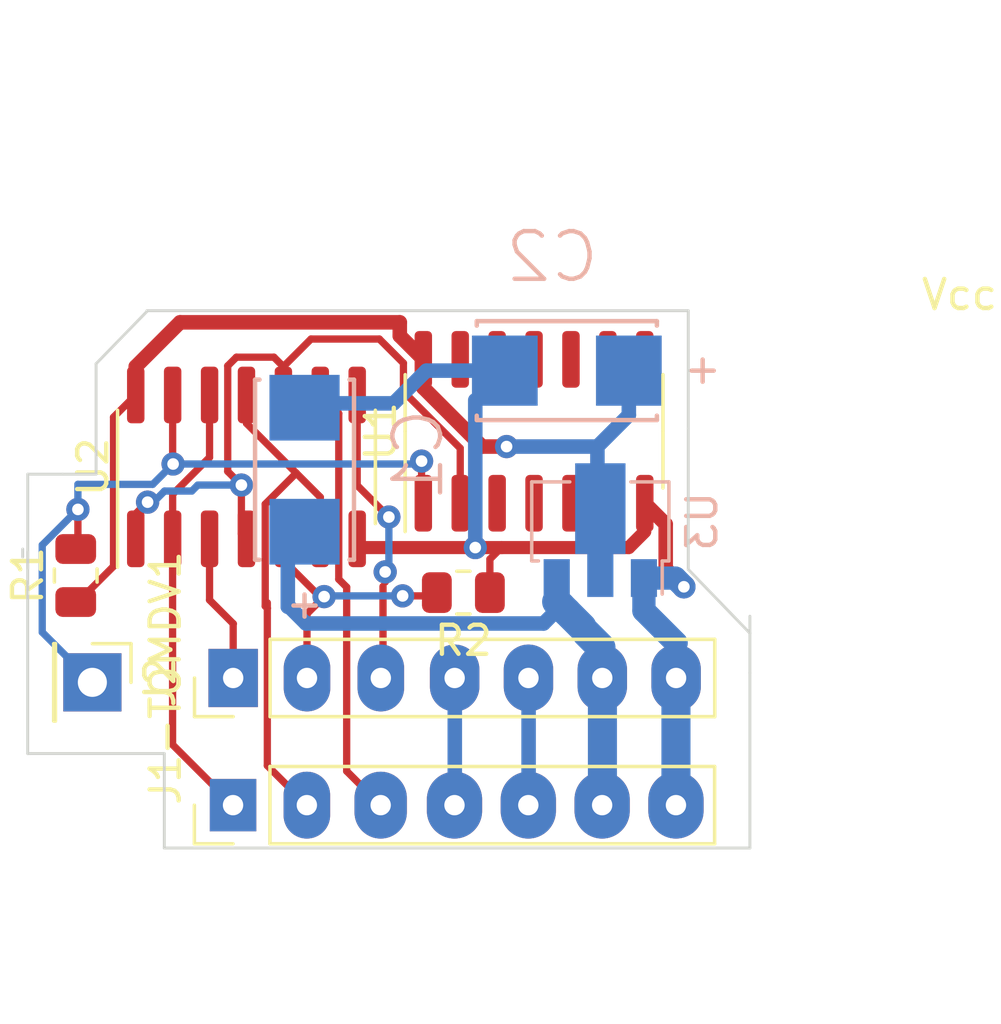
<source format=kicad_pcb>
(kicad_pcb (version 20221018) (generator pcbnew)
  (layers (0 "F.Cu" signal) (31 "B.Cu" signal) (34 "B.Paste" user) (35 "F.Paste" user) (36 "B.SilkS" user "B.Silkscreen") (37 "F.SilkS" user "F.Silkscreen") (38 "B.Mask" user) (39 "F.Mask" user) (44 "Edge.Cuts" user))
  (net 0 "")
  (net 1 "Net-(J1-TOMDV1-Pin_1)")
  (net 2 "Net-(J1-TOMDV1-Pin_2)")
  (net 3 "Net-(J1-TOMDV1-Pin_3)")
  (net 4 "Net-(J1-TOMDV1-Pin_4)")
  (net 5 "Net-(J1-TOMDV1-Pin_5)")
  (net 6 "Net-(J1-TOMDV1-Pin_6)")
  (net 7 "Net-(J1-TOMDV1-Pin_7)")
  (net 8 "Net-(J2-TOQL1-Pin_1)")
  (net 9 "Net-(J2-TOQL1-Pin_2)")
  (net 10 "Net-(J2-TOQL1-Pin_3)")
  (net 11 "Net-(J2-Pin_1)")
  (net 12 "Net-(U1-Pad2)")
  (net 13 "Net-(U1G-VCC)")
  (footprint "Resistor_SMD:R_0805_2012Metric" (layer "F.Cu") (at 105.8025 106.5 90)
    (fp_text reference "R1" (at 0 -1.65 90) (layer "F.SilkS"))
    (fp_text value "10K")
    (fp_line (start -0.227064 -0.735) (end 0.227064 -0.735) (stroke (width 0.12)) (layer "F.SilkS"))
    (fp_line (start -0.227064 0.735) (end 0.227064 0.735) (stroke (width 0.12)) (layer "F.SilkS"))
    (pad "1" smd roundrect (at -0.9125 0 90) (size 1.025 1.4) (layers "F.Cu" "F.Paste" "F.Mask") (roundrect_rratio 0.243902439) (net 13 "Net-(U1G-VCC)"))
    (pad "2" smd roundrect (at 0.9125 0 90) (size 1.025 1.4) (layers "F.Cu" "F.Paste" "F.Mask") (roundrect_rratio 0.243902439) (net 11 "Net-(J2-Pin_1)"))
  )
  (footprint "Package_SO:SOIC-14_3.9x8.7mm_P1.27mm" (layer "F.Cu") (at 111.6775 102.7625 90)
    (fp_text reference "U2" (at 0 -5.28 90) (layer "F.SilkS"))
    (fp_text value "74LS125")
    (fp_line (start 0 -4.435) (end -3.45 -4.435) (stroke (width 0.12)) (layer "F.SilkS"))
    (fp_line (start 0 -4.435) (end 1.95 -4.435) (stroke (width 0.12)) (layer "F.SilkS"))
    (fp_line (start 0 4.435) (end -1.95 4.435) (stroke (width 0.12)) (layer "F.SilkS"))
    (fp_line (start 0 4.435) (end 1.95 4.435) (stroke (width 0.12)) (layer "F.SilkS"))
    (pad "1" smd roundrect (at -2.475 -3.81 90) (size 1.95 0.6) (layers "F.Cu" "F.Paste" "F.Mask") (net 12 "Net-(U1-Pad2)"))
    (pad "2" smd roundrect (at -2.475 -2.54 90) (size 1.95 0.6) (layers "F.Cu" "F.Paste" "F.Mask") (net 8 "Net-(J2-TOQL1-Pin_1)"))
    (pad "3" smd roundrect (at -2.475 -1.27 90) (size 1.95 0.6) (layers "F.Cu" "F.Paste" "F.Mask") (net 1 "Net-(J1-TOMDV1-Pin_1)"))
    (pad "4" smd roundrect (at -2.475 0 90) (size 1.95 0.6) (layers "F.Cu" "F.Paste" "F.Mask") (net 12 "Net-(U1-Pad2)"))
    (pad "5" smd roundrect (at -2.475 1.27 90) (size 1.95 0.6) (layers "F.Cu" "F.Paste" "F.Mask") (net 2 "Net-(J1-TOMDV1-Pin_2)"))
    (pad "6" smd roundrect (at -2.475 2.54 90) (size 1.95 0.6) (layers "F.Cu" "F.Paste" "F.Mask") (net 9 "Net-(J2-TOQL1-Pin_2)"))
    (pad "7" smd roundrect (at -2.475 3.81 90) (size 1.95 0.6) (layers "F.Cu" "F.Paste" "F.Mask") (net 7 "Net-(J1-TOMDV1-Pin_7)"))
    (pad "8" smd roundrect (at 2.475 3.81 90) (size 1.95 0.6) (layers "F.Cu" "F.Paste" "F.Mask") (net 3 "Net-(J1-TOMDV1-Pin_3)"))
    (pad "9" smd roundrect (at 2.475 2.54 90) (size 1.95 0.6) (layers "F.Cu" "F.Paste" "F.Mask") (net 10 "Net-(J2-TOQL1-Pin_3)"))
    (pad "10" smd roundrect (at 2.475 1.27 90) (size 1.95 0.6) (layers "F.Cu" "F.Paste" "F.Mask") (net 12 "Net-(U1-Pad2)"))
    (pad "11" smd roundrect (at 2.475 0 90) (size 1.95 0.6) (layers "F.Cu" "F.Paste" "F.Mask") (net 9 "Net-(J2-TOQL1-Pin_2)"))
    (pad "12" smd roundrect (at 2.475 -1.27 90) (size 1.95 0.6) (layers "F.Cu" "F.Paste" "F.Mask") (net 8 "Net-(J2-TOQL1-Pin_1)"))
    (pad "13" smd roundrect (at 2.475 -2.54 90) (size 1.95 0.6) (layers "F.Cu" "F.Paste" "F.Mask") (net 11 "Net-(J2-Pin_1)"))
    (pad "14" smd roundrect (at 2.475 -3.81 90) (size 1.95 0.6) (layers "F.Cu" "F.Paste" "F.Mask") (net 13 "Net-(U1G-VCC)"))
  )
  (footprint "Connector_PinHeader_2.54mm:PinHeader_1x01_P2.54mm_Vertical" (layer "F.Cu") (at 106.375 110.175 -90)
    (fp_text reference "J2" (at 0 -2.33 90) (layer "F.SilkS"))
    (fp_text value "Conn_01x01")
    (fp_line (start -1.33 -1.33) (end 0 -1.33) (stroke (width 0.12)) (layer "F.SilkS"))
    (fp_line (start -1.33 0) (end -1.33 -1.33) (stroke (width 0.12)) (layer "F.SilkS"))
    (fp_line (start -1.33 1.27) (end -1.33 1.33) (stroke (width 0.12)) (layer "F.SilkS"))
    (fp_line (start -1.33 1.27) (end 1.33 1.27) (stroke (width 0.12)) (layer "F.SilkS"))
    (fp_line (start -1.33 1.33) (end 1.33 1.33) (stroke (width 0.12)) (layer "F.SilkS"))
    (fp_line (start 1.33 1.27) (end 1.33 1.33) (stroke (width 0.12)) (layer "F.SilkS"))
    (pad "1" thru_hole rect (at 0 0 270) (size 2 2) (drill 1) (layers "*.Cu" "*.Mask") (net 11 "Net-(J2-Pin_1)"))
  )
  (footprint "Resistor_SMD:R_0805_2012Metric" (layer "F.Cu") (at 119.14 107.0875 180)
    (fp_text reference "R2" (at 0 -1.65) (layer "F.SilkS"))
    (fp_text value "10K")
    (fp_line (start -0.227064 -0.735) (end 0.227064 -0.735) (stroke (width 0.12)) (layer "F.SilkS"))
    (fp_line (start -0.227064 0.735) (end 0.227064 0.735) (stroke (width 0.12)) (layer "F.SilkS"))
    (pad "1" smd roundrect (at -0.9125 0 180) (size 1.025 1.4) (layers "F.Cu" "F.Paste" "F.Mask") (roundrect_rratio 0.243902439) (net 7 "Net-(J1-TOMDV1-Pin_7)"))
    (pad "2" smd roundrect (at 0.9125 0 180) (size 1.025 1.4) (layers "F.Cu" "F.Paste" "F.Mask") (roundrect_rratio 0.243902439) (net 2 "Net-(J1-TOMDV1-Pin_2)"))
  )
  (footprint "Package_SO:SOIC-14_3.9x8.7mm_P1.27mm" (layer "F.Cu") (at 121.5725 101.5375 90)
    (fp_text reference "U1" (at 0 -5.28 90) (layer "F.SilkS"))
    (fp_text value "74HCT04")
    (fp_line (start 0 -4.435) (end -3.45 -4.435) (stroke (width 0.12)) (layer "F.SilkS"))
    (fp_line (start 0 -4.435) (end 1.95 -4.435) (stroke (width 0.12)) (layer "F.SilkS"))
    (fp_line (start 0 4.435) (end -1.95 4.435) (stroke (width 0.12)) (layer "F.SilkS"))
    (fp_line (start 0 4.435) (end 1.95 4.435) (stroke (width 0.12)) (layer "F.SilkS"))
    (pad "1" smd roundrect (at -2.475 -3.81 90) (size 1.95 0.6) (layers "F.Cu" "F.Paste" "F.Mask") (net 11 "Net-(J2-Pin_1)"))
    (pad "2" smd roundrect (at -2.475 -2.54 90) (size 1.95 0.6) (layers "F.Cu" "F.Paste" "F.Mask") (net 12 "Net-(U1-Pad2)"))
    (pad "3" smd roundrect (at -2.475 -1.27 90) (size 1.95 0.6) (layers "F.Cu" "F.Paste" "F.Mask"))
    (pad "4" smd roundrect (at -2.475 0 90) (size 1.95 0.6) (layers "F.Cu" "F.Paste" "F.Mask"))
    (pad "5" smd roundrect (at -2.475 1.27 90) (size 1.95 0.6) (layers "F.Cu" "F.Paste" "F.Mask"))
    (pad "6" smd roundrect (at -2.475 2.54 90) (size 1.95 0.6) (layers "F.Cu" "F.Paste" "F.Mask"))
    (pad "7" smd roundrect (at -2.475 3.81 90) (size 1.95 0.6) (layers "F.Cu" "F.Paste" "F.Mask") (net 7 "Net-(J1-TOMDV1-Pin_7)"))
    (pad "8" smd roundrect (at 2.475 3.81 90) (size 1.95 0.6) (layers "F.Cu" "F.Paste" "F.Mask"))
    (pad "9" smd roundrect (at 2.475 2.54 90) (size 1.95 0.6) (layers "F.Cu" "F.Paste" "F.Mask"))
    (pad "10" smd roundrect (at 2.475 1.27 90) (size 1.95 0.6) (layers "F.Cu" "F.Paste" "F.Mask"))
    (pad "11" smd roundrect (at 2.475 0 90) (size 1.95 0.6) (layers "F.Cu" "F.Paste" "F.Mask"))
    (pad "12" smd roundrect (at 2.475 -1.27 90) (size 1.95 0.6) (layers "F.Cu" "F.Paste" "F.Mask"))
    (pad "13" smd roundrect (at 2.475 -2.54 90) (size 1.95 0.6) (layers "F.Cu" "F.Paste" "F.Mask"))
    (pad "14" smd roundrect (at 2.475 -3.81 90) (size 1.95 0.6) (layers "F.Cu" "F.Paste" "F.Mask") (net 13 "Net-(U1G-VCC)"))
  )
  (footprint "Connector_PinHeader_2.54mm:PinHeader_1x07_P2.54mm_Vertical" (layer "F.Cu") (at 111.215 114.4 90)
    (fp_text reference "J2-TOQL1" hide)
    (fp_text value "Conn_01x07_Socket")
    (fp_line (start -1.33 -1.33) (end 0 -1.33) (stroke (width 0.12)) (layer "F.SilkS"))
    (fp_line (start -1.33 0) (end -1.33 -1.33) (stroke (width 0.12)) (layer "F.SilkS"))
    (fp_line (start -1.33 1.27) (end -1.33 16.57) (stroke (width 0.12)) (layer "F.SilkS"))
    (fp_line (start -1.33 1.27) (end 1.33 1.27) (stroke (width 0.12)) (layer "F.SilkS"))
    (fp_line (start -1.33 16.57) (end 1.33 16.57) (stroke (width 0.12)) (layer "F.SilkS"))
    (fp_line (start 1.33 1.27) (end 1.33 16.57) (stroke (width 0.12)) (layer "F.SilkS"))
    (pad "1" thru_hole rect (at 0 0 90) (size 1.8 1.6) (drill 0.7) (layers "*.Cu" "*.Mask") (net 8 "Net-(J2-TOQL1-Pin_1)"))
    (pad "2" thru_hole oval (at 0 2.54 90) (size 2.3 1.6) (drill 0.7) (layers "*.Cu" "*.Mask") (net 9 "Net-(J2-TOQL1-Pin_2)"))
    (pad "3" thru_hole oval (at 0 5.08 90) (size 2.3 1.8) (drill 0.7) (layers "*.Cu" "*.Mask") (net 10 "Net-(J2-TOQL1-Pin_3)"))
    (pad "4" thru_hole oval (at 0 7.62 90) (size 2.3 1.9) (drill 0.7) (layers "*.Cu" "*.Mask") (net 4 "Net-(J1-TOMDV1-Pin_4)"))
    (pad "5" thru_hole oval (at 0 10.16 90) (size 2.3 1.9) (drill 0.7) (layers "*.Cu" "*.Mask") (net 5 "Net-(J1-TOMDV1-Pin_5)"))
    (pad "6" thru_hole oval (at 0 12.7 90) (size 2.3 1.9) (drill 0.7) (layers "*.Cu" "*.Mask") (net 6 "Net-(J1-TOMDV1-Pin_6)"))
    (pad "7" thru_hole oval (at 0 15.24 90) (size 2.3 1.9) (drill 0.7) (layers "*.Cu" "*.Mask") (net 7 "Net-(J1-TOMDV1-Pin_7)"))
  )
  (footprint "Connector_PinHeader_2.54mm:PinHeader_1x07_P2.54mm_Vertical" (layer "F.Cu") (at 111.22 110.025 90)
    (fp_text reference "J1-TOMDV1" (at 0 -2.33 90) (layer "F.SilkS"))
    (fp_text value "Conn_01x07_Pin")
    (fp_line (start -1.33 -1.33) (end 0 -1.33) (stroke (width 0.12)) (layer "F.SilkS"))
    (fp_line (start -1.33 0) (end -1.33 -1.33) (stroke (width 0.12)) (layer "F.SilkS"))
    (fp_line (start -1.33 1.27) (end -1.33 16.57) (stroke (width 0.12)) (layer "F.SilkS"))
    (fp_line (start -1.33 1.27) (end 1.33 1.27) (stroke (width 0.12)) (layer "F.SilkS"))
    (fp_line (start -1.33 16.57) (end 1.33 16.57) (stroke (width 0.12)) (layer "F.SilkS"))
    (fp_line (start 1.33 1.27) (end 1.33 16.57) (stroke (width 0.12)) (layer "F.SilkS"))
    (pad "1" thru_hole rect (at 0 0 90) (size 2 1.7) (drill 0.7) (layers "*.Cu" "*.Mask") (net 1 "Net-(J1-TOMDV1-Pin_1)"))
    (pad "2" thru_hole oval (at 0 2.54 90) (size 2.3 1.6) (drill 0.7) (layers "*.Cu" "*.Mask") (net 2 "Net-(J1-TOMDV1-Pin_2)"))
    (pad "3" thru_hole oval (at 0 5.08 90) (size 2.3 1.6) (drill 0.7) (layers "*.Cu" "*.Mask") (net 3 "Net-(J1-TOMDV1-Pin_3)"))
    (pad "4" thru_hole oval (at 0 7.62 90) (size 2.3 1.7) (drill 0.7) (layers "*.Cu" "*.Mask") (net 4 "Net-(J1-TOMDV1-Pin_4)"))
    (pad "5" thru_hole oval (at 0 10.16 90) (size 2.3 1.7) (drill 0.7) (layers "*.Cu" "*.Mask") (net 5 "Net-(J1-TOMDV1-Pin_5)"))
    (pad "6" thru_hole oval (at 0 12.7 90) (size 2.3 1.7) (drill 0.7) (layers "*.Cu" "*.Mask") (net 6 "Net-(J1-TOMDV1-Pin_6)"))
    (pad "7" thru_hole oval (at 0 15.24 90) (size 2.3 1.7) (drill 0.7) (layers "*.Cu" "*.Mask") (net 7 "Net-(J1-TOMDV1-Pin_7)"))
  )
  (footprint "TPSC156K035R0350:CAPCP6032X280N" (layer "B.Cu") (at 122.7 99.45 180)
    (fp_text reference "C2" (at 0.508 3.9116) (layer "B.SilkS") (effects (font (size 1.64 1.64)) (justify mirror)))
    (fp_text value "C_Polarized")
    (fp_line (start -4.6736 0.381) (end -4.6736 -0.381) (stroke (width 0.1524)) (layer "B.SilkS"))
    (fp_line (start -4.2926 0) (end -5.0546 0) (stroke (width 0.1524)) (layer "B.SilkS"))
    (fp_line (start -3.0988 -1.7018) (end 3.0988 -1.7018) (stroke (width 0.1524)) (layer "B.SilkS"))
    (fp_line (start -3.0988 -1.5494) (end -3.0988 -1.7018) (stroke (width 0.1524)) (layer "B.SilkS"))
    (fp_line (start -3.0988 1.7018) (end -3.0988 1.5494) (stroke (width 0.1524)) (layer "B.SilkS"))
    (fp_line (start 3.0988 -1.7018) (end 3.0988 -1.5494) (stroke (width 0.1524)) (layer "B.SilkS"))
    (fp_line (start 3.0988 1.5494) (end 3.0988 1.7018) (stroke (width 0.1524)) (layer "B.SilkS"))
    (fp_line (start 3.0988 1.7018) (end -3.0988 1.7018) (stroke (width 0.1524)) (layer "B.SilkS"))
    (pad "1" smd rect (at -2.1336 0 90) (size 2.413 2.2606) (layers "B.Cu" "B.Paste" "B.Mask") (net 13 "Net-(U1G-VCC)"))
    (pad "2" smd rect (at 2.1336 0 90) (size 2.413 2.2606) (layers "B.Cu" "B.Paste" "B.Mask") (net 7 "Net-(J1-TOMDV1-Pin_7)"))
  )
  (footprint "Package_TO_SOT_SMD:SOT-89-3" (layer "B.Cu") (at 123.8525 104.6375 90)
    (fp_text reference "U3" (at 0 3.5 270) (layer "B.SilkS") (effects (justify mirror)))
    (fp_text value "AMS1117-5.0")
    (fp_line (start -2.5 2.13) (end -1.36 2.13) (stroke (width 0.12)) (layer "B.SilkS"))
    (fp_line (start -1.36 -2.36) (end -1.36 -2.13) (stroke (width 0.12)) (layer "B.SilkS"))
    (fp_line (start -1.36 2.36) (end -1.36 2.13) (stroke (width 0.12)) (layer "B.SilkS"))
    (fp_line (start -1.36 2.36) (end 1.36 2.36) (stroke (width 0.12)) (layer "B.SilkS"))
    (fp_line (start 1.36 -2.36) (end -1.36 -2.36) (stroke (width 0.12)) (layer "B.SilkS"))
    (fp_line (start 1.36 -1.05) (end 1.36 -2.36) (stroke (width 0.12)) (layer "B.SilkS"))
    (fp_line (start 1.36 2.36) (end 1.36 1.05) (stroke (width 0.12)) (layer "B.SilkS"))
    (pad "1" smd rect (at -1.95 1.5 90) (size 1.3 0.9) (layers "B.Cu" "B.Paste" "B.Mask") (net 7 "Net-(J1-TOMDV1-Pin_7)"))
    (pad "2" smd custom (at -1.8625 0 90) (size 1.475 0.9) (layers "B.Cu" "B.Paste" "B.Mask") (net 13 "Net-(U1G-VCC)") (options (clearance outline) (anchor rect)) (primitives (gr_poly (pts (xy 3.8625 -0.8665) (xy 0.7375 -0.8665) (xy 0.7375 0.8665) (xy 3.8625 0.8665)) (width 0) (fill yes))))
    (pad "3" smd rect (at -1.95 -1.5 90) (size 1.3 0.9) (layers "B.Cu" "B.Paste" "B.Mask") (net 6 "Net-(J1-TOMDV1-Pin_6)"))
  )
  (footprint "TPSC156K035R0350:CAPCP6032X280N" (layer "B.Cu") (at 113.675 102.8586 90)
    (fp_text reference "C1" (at 0.508 3.9116 90) (layer "B.SilkS") (effects (font (size 1.64 1.64)) (justify mirror)))
    (fp_text value "C_Polarized")
    (fp_line (start -4.6736 0.381) (end -4.6736 -0.381) (stroke (width 0.1524)) (layer "B.SilkS"))
    (fp_line (start -4.2926 0) (end -5.0546 0) (stroke (width 0.1524)) (layer "B.SilkS"))
    (fp_line (start -3.0988 -1.7018) (end 3.0988 -1.7018) (stroke (width 0.1524)) (layer "B.SilkS"))
    (fp_line (start -3.0988 -1.5494) (end -3.0988 -1.7018) (stroke (width 0.1524)) (layer "B.SilkS"))
    (fp_line (start -3.0988 1.7018) (end -3.0988 1.5494) (stroke (width 0.1524)) (layer "B.SilkS"))
    (fp_line (start 3.0988 -1.7018) (end 3.0988 -1.5494) (stroke (width 0.1524)) (layer "B.SilkS"))
    (fp_line (start 3.0988 1.5494) (end 3.0988 1.7018) (stroke (width 0.1524)) (layer "B.SilkS"))
    (fp_line (start 3.0988 1.7018) (end -3.0988 1.7018) (stroke (width 0.1524)) (layer "B.SilkS"))
    (pad "1" smd rect (at -2.1336 0) (size 2.413 2.2606) (layers "B.Cu" "B.Paste" "B.Mask") (net 6 "Net-(J1-TOMDV1-Pin_6)"))
    (pad "2" smd rect (at 2.1336 0) (size 2.413 2.2606) (layers "B.Cu" "B.Paste" "B.Mask") (net 7 "Net-(J1-TOMDV1-Pin_7)"))
  )
  (gr_line (start 108.85 112.625) (end 108.85 115.875) (stroke (width 0.1)) (layer "Edge.Cuts"))
  (gr_line (start 104.1525 103.0125) (end 105.3525 103.0125) (stroke (width 0.1)) (layer "Edge.Cuts"))
  (gr_line (start 108.85 115.875) (end 129 115.875) (stroke (width 0.1)) (layer "Edge.Cuts"))
  (gr_line (start 108.85 112.625) (end 104.15 112.625) (stroke (width 0.1)) (layer "Edge.Cuts"))
  (gr_line (start 106.5025 99.2125) (end 108.2525 97.4125) (stroke (width 0.1)) (layer "Edge.Cuts"))
  (gr_line (start 103.9775 105.5875) (end 103.9775 105.8625) (stroke (width 0.1)) (layer "Edge.Cuts"))
  (gr_line (start 129 109.85) (end 129 107.9) (stroke (width 0.1)) (layer "Edge.Cuts"))
  (gr_line (start 104.15 112.625) (end 104.15 105.675) (stroke (width 0.1)) (layer "Edge.Cuts"))
  (gr_line (start 126.8775 101.4375) (end 126.8775 97.3875) (stroke (width 0.1)) (layer "Edge.Cuts"))
  (gr_line (start 106.5025 103.0125) (end 106.5025 99.2125) (stroke (width 0.1)) (layer "Edge.Cuts"))
  (gr_line (start 129 109.85) (end 129 115.875) (stroke (width 0.1)) (layer "Edge.Cuts"))
  (gr_line (start 126.8775 106.2875) (end 129.0025 108.4875) (stroke (width 0.1)) (layer "Edge.Cuts"))
  (gr_line (start 104.1525 106.2625) (end 104.1525 103.0125) (stroke (width 0.1)) (layer "Edge.Cuts"))
  (gr_line (start 126.8775 101.4375) (end 126.8775 106.2875) (stroke (width 0.1)) (layer "Edge.Cuts"))
  (gr_line (start 126.8775 97.3875) (end 108.2525 97.3875) (stroke (width 0.1)) (layer "Edge.Cuts"))
  (gr_line (start 105.3525 103.0125) (end 106.5025 103.0125) (stroke (width 0.1)) (layer "Edge.Cuts"))
  (gr_text "Vcc" (at 134.825 97.425) (layer "F.SilkS") (effects (font (size 1 1)) (justify left bottom)))
  (segment (start 111.2225 108.1575) (end 110.4075 107.3425) (width 0.25) (layer "F.Cu") (net 1))
  (segment (start 111.22 108.16) (end 111.22 110.025) (width 0.25) (layer "F.Cu") (net 1))
  (segment (start 111.2225 108.1575) (end 111.22 108.16) (width 0.25) (layer "F.Cu") (net 1))
  (segment (start 110.4075 107.3425) (end 110.4075 105.2375) (width 0.25) (layer "F.Cu") (net 1))
  (segment (start 111.22 110.025) (end 111.175 109.98) (width 0.5) (layer "F.Cu") (net 1))
  (segment (start 111.22 110.025) (end 111.22 109.555) (width 0.5) (layer "B.Cu") (net 1))
  (segment (start 118.2275 107.0875) (end 118.2275 107.4375) (width 0.25) (layer "F.Cu") (net 2))
  (segment (start 118.115 107.2) (end 118.2275 107.0875) (width 0.25) (layer "F.Cu") (net 2))
  (segment (start 114.32775 107.35275) (end 112.87225 105.89725) (width 0.25) (layer "F.Cu") (net 2))
  (segment (start 113.76 110.025) (end 113.76 107.815) (width 0.25) (layer "F.Cu") (net 2))
  (segment (start 114.215 109.57) (end 113.76 110.025) (width 0.25) (layer "F.Cu") (net 2))
  (segment (start 112.9475 106.0825) (end 112.9475 105.2375) (width 0.25) (layer "F.Cu") (net 2))
  (segment (start 112.8275 105.3575) (end 112.9475 105.2375) (width 0.25) (layer "F.Cu") (net 2))
  (segment (start 113.76 107.815) (end 114.35 107.225) (width 0.25) (layer "F.Cu") (net 2))
  (segment (start 117 107.2) (end 118.115 107.2) (width 0.25) (layer "F.Cu") (net 2))
  (via (at 117.05 107.2) (size 0.8) (drill 0.4) (layers "F.Cu" "B.Cu") (net 2))
  (via (at 114.35 107.225) (size 0.8) (drill 0.4) (layers "F.Cu" "B.Cu") (net 2))
  (segment (start 114.3625 107.2) (end 117.0375 107.2) (width 0.25) (layer "B.Cu") (net 2))
  (segment (start 116.5775 104.4875) (end 115.4875 103.3975) (width 0.25) (layer "F.Cu") (net 3))
  (segment (start 116.45 106.375) (end 116.45 106.724695) (width 0.25) (layer "F.Cu") (net 3))
  (segment (start 116.375 110.475) (end 116.375 106.875) (width 0.25) (layer "F.Cu") (net 3))
  (segment (start 115.4875 103.3975) (end 115.4875 100.2875) (width 0.25) (layer "F.Cu") (net 3))
  (via (at 116.45 106.375) (size 0.8) (drill 0.4) (layers "F.Cu" "B.Cu") (net 3))
  (via (at 116.5775 104.4875) (size 0.8) (drill 0.4) (layers "F.Cu" "B.Cu") (net 3))
  (segment (start 116.5775 104.4875) (end 116.5775 106.2475) (width 0.25) (layer "B.Cu") (net 3))
  (segment (start 116.5775 106.2475) (end 116.45 106.375) (width 0.25) (layer "B.Cu") (net 3))
  (segment (start 116.5025 104.5625) (end 116.5775 104.4875) (width 0.25) (layer "B.Cu") (net 3))
  (segment (start 118.845 109.725) (end 118.845 114.39) (width 0.5) (layer "B.Cu") (net 4))
  (segment (start 118.845 114.39) (end 118.835 114.4) (width 0.5) (layer "B.Cu") (net 4))
  (segment (start 121.385 109.725) (end 121.385 114.39) (width 0.5) (layer "B.Cu") (net 5))
  (segment (start 121.385 114.39) (end 121.375 114.4) (width 0.5) (layer "B.Cu") (net 5))
  (segment (start 113.725 108.15) (end 121.9 108.15) (width 0.5) (layer "B.Cu") (net 6))
  (segment (start 123.925 114.39) (end 123.915 114.4) (width 0.5) (layer "B.Cu") (net 6))
  (segment (start 123.225 108.275) (end 123.425 108.275) (width 0.5) (layer "B.Cu") (net 6))
  (segment (start 123.92 110.025) (end 123.92 108.77) (width 0.5) (layer "B.Cu") (net 6))
  (segment (start 122.35 107.4) (end 122.5 107.55) (width 1) (layer "B.Cu") (net 6))
  (segment (start 122.5 107.55) (end 122.7 107.75) (width 1) (layer "B.Cu") (net 6))
  (segment (start 113.1 105.5672) (end 113.675 104.9922) (width 0.25) (layer "B.Cu") (net 6))
  (segment (start 122.7 107.75) (end 123.225 108.275) (width 1) (layer "B.Cu") (net 6))
  (segment (start 113.1 107.575) (end 113.15 107.575) (width 0.5) (layer "B.Cu") (net 6))
  (segment (start 114 104.8422) (end 113.625 105.2172) (width 0.25) (layer "B.Cu") (net 6))
  (segment (start 122.7 107.75) (end 122.375 107.75) (width 0.25) (layer "B.Cu") (net 6))
  (segment (start 123.875 108.975) (end 123.38 108.48) (width 1) (layer "B.Cu") (net 6))
  (segment (start 113.1 107.575) (end 113.1 105.5672) (width 0.5) (layer "B.Cu") (net 6))
  (segment (start 121.9 108.15) (end 122.5 107.55) (width 0.5) (layer "B.Cu") (net 6))
  (segment (start 113.15 107.575) (end 113.725 108.15) (width 0.5) (layer "B.Cu") (net 6))
  (segment (start 123.925 109.725) (end 123.925 114.39) (width 1) (layer "B.Cu") (net 6))
  (segment (start 119.55 105.5375) (end 120.4525 105.5375) (width 0.45) (layer "F.Cu") (net 7))
  (segment (start 115.7875 105.5375) (end 119.55 105.5375) (width 0.45) (layer "F.Cu") (net 7))
  (segment (start 126.1025 106.2625) (end 126.7275 106.8875) (width 0.5) (layer "F.Cu") (net 7))
  (segment (start 115.4875 105.2375) (end 115.7875 105.5375) (width 0.25) (layer "F.Cu") (net 7))
  (segment (start 120.0525 105.9375) (end 120.4525 105.5375) (width 0.25) (layer "F.Cu") (net 7))
  (segment (start 126.1025 104.7325) (end 125.3825 104.0125) (width 0.5) (layer "F.Cu") (net 7))
  (segment (start 120.0525 107.0875) (end 120.0525 105.9375) (width 0.25) (layer "F.Cu") (net 7))
  (segment (start 124.8325 105.5375) (end 125.3825 104.9875) (width 0.45) (layer "F.Cu") (net 7))
  (segment (start 120.4525 105.5375) (end 124.8325 105.5375) (width 0.45) (layer "F.Cu") (net 7))
  (segment (start 125.3825 104.9875) (end 125.3825 104.0125) (width 0.25) (layer "F.Cu") (net 7))
  (segment (start 126.1025 104.7325) (end 126.1025 106.2625) (width 0.5) (layer "F.Cu") (net 7))
  (via (at 126.7275 106.8875) (size 0.8) (drill 0.4) (layers "F.Cu" "B.Cu") (net 7))
  (via (at 119.55 105.5375) (size 0.8) (drill 0.4) (layers "F.Cu" "B.Cu") (net 7))
  (segment (start 125.3525 107.7125) (end 125.3525 106.5875) (width 0.8) (layer "B.Cu") (net 7))
  (segment (start 116.740305 100.575) (end 117.865305 99.45) (width 0.5) (layer "B.Cu") (net 7))
  (segment (start 126.4625 108.8225) (end 125.3525 107.7125) (width 0.8) (layer "B.Cu") (net 7))
  (segment (start 126.4275 106.5875) (end 126.7275 106.8875) (width 0.8) (layer "B.Cu") (net 7))
  (segment (start 119.55 100.4664) (end 119.55 105.5375) (width 0.5) (layer "B.Cu") (net 7))
  (segment (start 126.455 114.4) (end 126.455 110.03) (width 1) (layer "B.Cu") (net 7))
  (segment (start 120.5664 99.45) (end 119.55 100.4664) (width 0.25) (layer "B.Cu") (net 7))
  (segment (start 126.455 110.03) (end 126.46 110.025) (width 0.5) (layer "B.Cu") (net 7))
  (segment (start 114 100.575) (end 116.740305 100.575) (width 0.5) (layer "B.Cu") (net 7))
  (segment (start 117.865305 99.45) (end 120.5664 99.45) (width 0.5) (layer "B.Cu") (net 7))
  (segment (start 125.3525 106.5875) (end 126.4275 106.5875) (width 0.8) (layer "B.Cu") (net 7))
  (segment (start 110.4075 102.432805) (end 110.4075 100.2875) (width 0.25) (layer "F.Cu") (net 8))
  (segment (start 111.215 114.4) (end 109.135 112.32) (width 0.25) (layer "F.Cu") (net 8))
  (segment (start 109.135 112.32) (end 109.135 104.65) (width 0.25) (layer "F.Cu") (net 8))
  (segment (start 109.1375 103.702805) (end 110.4075 102.432805) (width 0.25) (layer "F.Cu") (net 8))
  (segment (start 109.1375 105.2375) (end 109.1375 103.702805) (width 0.25) (layer "F.Cu") (net 8))
  (segment (start 112.395 113.04) (end 113.755 114.4) (width 0.25) (layer "F.Cu") (net 9))
  (segment (start 113.39 102.975) (end 114.2175 103.8025) (width 0.25) (layer "F.Cu") (net 9))
  (segment (start 112.3225 104.0425) (end 112.3225 107.5525) (width 0.25) (layer "F.Cu") (net 9))
  (segment (start 112.395 107.625) (end 112.395 113.04) (width 0.25) (layer "F.Cu") (net 9))
  (segment (start 111.6775 101.2625) (end 113.39 102.975) (width 0.25) (layer "F.Cu") (net 9))
  (segment (start 112.395 107.436752) (end 112.395 107.625) (width 0.25) (layer "F.Cu") (net 9))
  (segment (start 112.3225 107.5525) (end 112.395 107.625) (width 0.25) (layer "F.Cu") (net 9))
  (segment (start 113.39 102.975) (end 112.3225 104.0425) (width 0.25) (layer "F.Cu") (net 9))
  (segment (start 111.6775 100.2875) (end 111.6775 101.2625) (width 0.25) (layer "F.Cu") (net 9))
  (segment (start 114.403 105.423) (end 114.2175 105.2375) (width 0.25) (layer "F.Cu") (net 9))
  (segment (start 114.2175 103.8025) (end 114.2175 105.2375) (width 0.25) (layer "F.Cu") (net 9))
  (segment (start 114.8525 100.9225) (end 114.2175 100.2875) (width 0.25) (layer "F.Cu") (net 10))
  (segment (start 114.8525 100.9225) (end 114.8525 106.6275) (width 0.25) (layer "F.Cu") (net 10))
  (segment (start 115.125 113.23) (end 115.125 106.9) (width 0.25) (layer "F.Cu") (net 10))
  (segment (start 116.325 114.37) (end 116.295 114.4) (width 0.25) (layer "F.Cu") (net 10))
  (segment (start 114.8525 106.6275) (end 115.125 106.9) (width 0.25) (layer "F.Cu") (net 10))
  (segment (start 116.295 114.4) (end 115.125 113.23) (width 0.25) (layer "F.Cu") (net 10))
  (segment (start 105.8775 104.225) (end 105.8775 105.5125) (width 0.25) (layer "F.Cu") (net 11))
  (segment (start 105.8775 105.5125) (end 105.8025 105.5875) (width 0.25) (layer "F.Cu") (net 11))
  (segment (start 109.1375 100.2875) (end 109.1375 102.6475) (width 0.25) (layer "F.Cu") (net 11))
  (segment (start 117.7025 102.5625) (end 117.7025 103.9525) (width 0.25) (layer "F.Cu") (net 11))
  (segment (start 109.1375 102.6475) (end 109.1525 102.6625) (width 0.25) (layer "F.Cu") (net 11))
  (segment (start 117.7025 103.9525) (end 117.7625 104.0125) (width 0.25) (layer "F.Cu") (net 11))
  (via (at 109.1525 102.6625) (size 0.8) (drill 0.4) (layers "F.Cu" "B.Cu") (net 11))
  (via (at 117.7025 102.5625) (size 0.8) (drill 0.4) (layers "F.Cu" "B.Cu") (net 11))
  (via (at 105.8775 104.225) (size 0.8) (drill 0.4) (layers "F.Cu" "B.Cu") (net 11))
  (segment (start 108.4525 103.3625) (end 105.8775 103.3625) (width 0.25) (layer "B.Cu") (net 11))
  (segment (start 104.65 108.45) (end 104.65 105.4525) (width 0.25) (layer "B.Cu") (net 11))
  (segment (start 109.1525 102.6625) (end 117.6025 102.6625) (width 0.25) (layer "B.Cu") (net 11))
  (segment (start 117.6025 102.6625) (end 117.7025 102.5625) (width 0.25) (layer "B.Cu") (net 11))
  (segment (start 109.1525 102.6625) (end 108.4525 103.3625) (width 0.25) (layer "B.Cu") (net 11))
  (segment (start 104.65 105.4525) (end 105.8775 104.225) (width 0.25) (layer "B.Cu") (net 11))
  (segment (start 105.8775 103.3625) (end 105.8775 104.225) (width 0.25) (layer "B.Cu") (net 11))
  (segment (start 106.375 110.175) (end 104.65 108.45) (width 0.25) (layer "B.Cu") (net 11))
  (segment (start 111.5025 103.387) (end 111.5025 105.0625) (width 0.25) (layer "F.Cu") (net 12))
  (segment (start 107.8675 105.2375) (end 107.8675 104.372) (width 0.25) (layer "F.Cu") (net 12))
  (segment (start 107.8675 104.372) (end 108.1525 104.087) (width 0.25) (layer "F.Cu") (net 12))
  (segment (start 117.0775 100.0625) (end 117.0775 99.190672) (width 0.25) (layer "F.Cu") (net 12))
  (segment (start 111.0325 102.917) (end 111.0325 99.285748) (width 0.25) (layer "F.Cu") (net 12))
  (segment (start 111.5025 105.0625) (end 111.6775 105.2375) (width 0.25) (layer "F.Cu") (net 12))
  (segment (start 119.0325 104.0125) (end 119.0325 102.120672) (width 0.25) (layer "F.Cu") (net 12))
  (segment (start 111.330748 98.9875) (end 112.6225 98.9875) (width 0.25) (layer "F.Cu") (net 12))
  (segment (start 117.025914 100.114086) (end 117.0775 100.0625) (width 0.25) (layer "F.Cu") (net 12))
  (segment (start 112.6225 98.9875) (end 112.9475 99.3125) (width 0.25) (layer "F.Cu") (net 12))
  (segment (start 116.249328 98.3625) (end 113.8975 98.3625) (width 0.25) (layer "F.Cu") (net 12))
  (segment (start 119.0325 102.120672) (end 117.025914 100.114086) (width 0.25) (layer "F.Cu") (net 12))
  (segment (start 113.8975 98.3625) (end 112.9475 99.3125) (width 0.25) (layer "F.Cu") (net 12))
  (segment (start 117.0775 99.190672) (end 116.249328 98.3625) (width 0.25) (layer "F.Cu") (net 12))
  (segment (start 112.9475 99.3125) (end 112.9475 100.2875) (width 0.25) (layer "F.Cu") (net 12))
  (segment (start 111.0325 99.285748) (end 111.330748 98.9875) (width 0.25) (layer "F.Cu") (net 12))
  (segment (start 111.5025 103.387) (end 111.0325 102.917) (width 0.25) (layer "F.Cu") (net 12))
  (via (at 108.275 103.975) (size 0.8) (drill 0.4) (layers "F.Cu" "B.Cu") (net 12))
  (via (at 111.5025 103.387) (size 0.8) (drill 0.4) (layers "F.Cu" "B.Cu") (net 12))
  (segment (start 109.796802 103.593198) (end 110.003 103.387) (width 0.25) (layer "B.Cu") (net 12))
  (segment (start 108.1525 104.087) (end 108.364396 104.087) (width 0.25) (layer "B.Cu") (net 12))
  (segment (start 108.858198 103.593198) (end 109.796802 103.593198) (width 0.25) (layer "B.Cu") (net 12))
  (segment (start 110.003 103.387) (end 111.5025 103.387) (width 0.25) (layer "B.Cu") (net 12))
  (segment (start 108.364396 104.087) (end 108.858198 103.593198) (width 0.25) (layer "B.Cu") (net 12))
  (segment (start 109.3925 97.7875) (end 116.9525 97.7875) (width 0.5) (layer "F.Cu") (net 13))
  (segment (start 116.9525 98.2525) (end 117.7625 99.0625) (width 0.5) (layer "F.Cu") (net 13))
  (segment (start 107.1025 106.1825) (end 107.1025 101.0525) (width 0.25) (layer "F.Cu") (net 13))
  (segment (start 105.8775 107.4075) (end 107.1025 106.1825) (width 0.25) (layer "F.Cu") (net 13))
  (segment (start 117.7625 100.0375) (end 117.7625 99.0625) (width 0.5) (layer "F.Cu") (net 13))
  (segment (start 120.6275 102.0625) (end 119.7875 102.0625) (width 0.5) (layer "F.Cu") (net 13))
  (segment (start 116.9525 97.7875) (end 116.9525 98.2525) (width 0.5) (layer "F.Cu") (net 13))
  (segment (start 107.1025 101.0525) (end 107.8675 100.2875) (width 0.25) (layer "F.Cu") (net 13))
  (segment (start 119.7875 102.0625) (end 117.7625 100.0375) (width 0.5) (layer "F.Cu") (net 13))
  (segment (start 107.8675 99.3125) (end 109.3925 97.7875) (width 0.5) (layer "F.Cu") (net 13))
  (segment (start 107.8675 100.2875) (end 107.8675 99.3125) (width 0.5) (layer "F.Cu") (net 13))
  (via (at 120.6275 102.0625) (size 0.8) (drill 0.4) (layers "F.Cu" "B.Cu") (net 13))
  (segment (start 123.7525 106.4) (end 123.8525 106.5) (width 0.5) (layer "B.Cu") (net 13))
  (segment (start 120.6275 102.0625) (end 123.7525 102.0625) (width 0.5) (layer "B.Cu") (net 13))
  (segment (start 124.8336 100.9814) (end 123.7525 102.0625) (width 0.5) (layer "B.Cu") (net 13))
  (segment (start 124.8336 99.45) (end 124.8336 100.9814) (width 0.5) (layer "B.Cu") (net 13))
  (segment (start 123.7525 102.0625) (end 123.7525 106.4) (width 0.5) (layer "B.Cu") (net 13))
)
</source>
